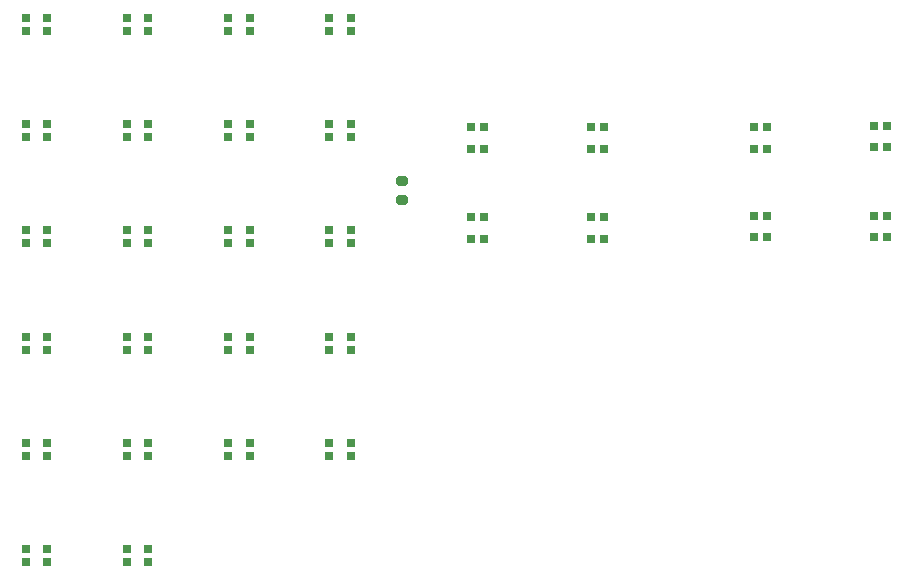
<source format=gbr>
%TF.GenerationSoftware,KiCad,Pcbnew,(6.0.9)*%
%TF.CreationDate,2023-01-27T19:59:26-09:00*%
%TF.ProjectId,EYEBROW WARNING INDICATOR_RIGHT,45594542-524f-4572-9057-41524e494e47,rev?*%
%TF.SameCoordinates,Original*%
%TF.FileFunction,Paste,Top*%
%TF.FilePolarity,Positive*%
%FSLAX46Y46*%
G04 Gerber Fmt 4.6, Leading zero omitted, Abs format (unit mm)*
G04 Created by KiCad (PCBNEW (6.0.9)) date 2023-01-27 19:59:26*
%MOMM*%
%LPD*%
G01*
G04 APERTURE LIST*
G04 Aperture macros list*
%AMRoundRect*
0 Rectangle with rounded corners*
0 $1 Rounding radius*
0 $2 $3 $4 $5 $6 $7 $8 $9 X,Y pos of 4 corners*
0 Add a 4 corners polygon primitive as box body*
4,1,4,$2,$3,$4,$5,$6,$7,$8,$9,$2,$3,0*
0 Add four circle primitives for the rounded corners*
1,1,$1+$1,$2,$3*
1,1,$1+$1,$4,$5*
1,1,$1+$1,$6,$7*
1,1,$1+$1,$8,$9*
0 Add four rect primitives between the rounded corners*
20,1,$1+$1,$2,$3,$4,$5,0*
20,1,$1+$1,$4,$5,$6,$7,0*
20,1,$1+$1,$6,$7,$8,$9,0*
20,1,$1+$1,$8,$9,$2,$3,0*%
G04 Aperture macros list end*
%ADD10R,0.700000X0.700000*%
%ADD11RoundRect,0.200000X-0.275000X0.200000X-0.275000X-0.200000X0.275000X-0.200000X0.275000X0.200000X0*%
G04 APERTURE END LIST*
D10*
%TO.C,D2*%
X175059049Y-82287139D03*
X176159049Y-82287139D03*
X176159049Y-80457139D03*
X175059049Y-80457139D03*
%TD*%
%TO.C,D3*%
X175059049Y-89907139D03*
X176159049Y-89907139D03*
X176159049Y-88077139D03*
X175059049Y-88077139D03*
%TD*%
%TO.C,D4*%
X165999049Y-88077139D03*
X164899049Y-88077139D03*
X164899049Y-89907139D03*
X165999049Y-89907139D03*
%TD*%
%TO.C,D5*%
X165999050Y-80587195D03*
X164899050Y-80587195D03*
X164899050Y-82417195D03*
X165999050Y-82417195D03*
%TD*%
%TO.C,D6*%
X151089050Y-82407195D03*
X152189050Y-82407195D03*
X152189050Y-80577195D03*
X151089050Y-80577195D03*
%TD*%
%TO.C,D7*%
X151089050Y-90027195D03*
X152189050Y-90027195D03*
X152189050Y-88197195D03*
X151089050Y-88197195D03*
%TD*%
%TO.C,D8*%
X142029050Y-88197195D03*
X140929050Y-88197195D03*
X140929050Y-90027195D03*
X142029050Y-90027195D03*
%TD*%
%TO.C,D9*%
X142029050Y-80577195D03*
X140929050Y-80577195D03*
X140929050Y-82407195D03*
X142029050Y-82407195D03*
%TD*%
%TO.C,D10*%
X128942499Y-71334797D03*
X128942499Y-72434797D03*
X130772499Y-72434797D03*
X130772499Y-71334797D03*
%TD*%
%TO.C,D11*%
X120408099Y-71334797D03*
X120408099Y-72434797D03*
X122238099Y-72434797D03*
X122238099Y-71334797D03*
%TD*%
%TO.C,D12*%
X111797499Y-71334798D03*
X111797499Y-72434798D03*
X113627499Y-72434798D03*
X113627499Y-71334798D03*
%TD*%
%TO.C,D13*%
X103263099Y-71334798D03*
X103263099Y-72434798D03*
X105093099Y-72434798D03*
X105093099Y-71334798D03*
%TD*%
%TO.C,D14*%
X105093099Y-81426398D03*
X105093099Y-80326398D03*
X103263099Y-80326398D03*
X103263099Y-81426398D03*
%TD*%
%TO.C,D15*%
X113627499Y-81426398D03*
X113627499Y-80326398D03*
X111797499Y-80326398D03*
X111797499Y-81426398D03*
%TD*%
%TO.C,D16*%
X122238099Y-81426398D03*
X122238099Y-80326398D03*
X120408099Y-80326398D03*
X120408099Y-81426398D03*
%TD*%
%TO.C,D17*%
X130772499Y-81426398D03*
X130772499Y-80326398D03*
X128942499Y-80326398D03*
X128942499Y-81426398D03*
%TD*%
%TO.C,D18*%
X128942499Y-89317997D03*
X128942499Y-90417997D03*
X130772499Y-90417997D03*
X130772499Y-89317997D03*
%TD*%
%TO.C,D19*%
X120408099Y-89317997D03*
X120408099Y-90417997D03*
X122238099Y-90417997D03*
X122238099Y-89317997D03*
%TD*%
%TO.C,D20*%
X111797499Y-89317997D03*
X111797499Y-90417997D03*
X113627499Y-90417997D03*
X113627499Y-89317997D03*
%TD*%
%TO.C,D21*%
X103263099Y-89317997D03*
X103263099Y-90417997D03*
X105093099Y-90417997D03*
X105093099Y-89317997D03*
%TD*%
%TO.C,D22*%
X105093099Y-99409597D03*
X105093099Y-98309597D03*
X103263099Y-98309597D03*
X103263099Y-99409597D03*
%TD*%
%TO.C,D23*%
X113627499Y-99409597D03*
X113627499Y-98309597D03*
X111797499Y-98309597D03*
X111797499Y-99409597D03*
%TD*%
%TO.C,D24*%
X122238099Y-99409597D03*
X122238099Y-98309597D03*
X120408099Y-98309597D03*
X120408099Y-99409597D03*
%TD*%
%TO.C,D25*%
X130772499Y-99409597D03*
X130772499Y-98309597D03*
X128942499Y-98309597D03*
X128942499Y-99409597D03*
%TD*%
%TO.C,D26*%
X128942499Y-107301197D03*
X128942499Y-108401197D03*
X130772499Y-108401197D03*
X130772499Y-107301197D03*
%TD*%
%TO.C,D27*%
X120408099Y-107301197D03*
X120408099Y-108401197D03*
X122238099Y-108401197D03*
X122238099Y-107301197D03*
%TD*%
%TO.C,D28*%
X111797499Y-107301197D03*
X111797499Y-108401197D03*
X113627499Y-108401197D03*
X113627499Y-107301197D03*
%TD*%
%TO.C,D29*%
X103263099Y-107301197D03*
X103263099Y-108401197D03*
X105093099Y-108401197D03*
X105093099Y-107301197D03*
%TD*%
%TO.C,D30*%
X105093099Y-117392797D03*
X105093099Y-116292797D03*
X103263099Y-116292797D03*
X103263099Y-117392797D03*
%TD*%
%TO.C,D31*%
X113627499Y-117392797D03*
X113627499Y-116292797D03*
X111797499Y-116292797D03*
X111797499Y-117392797D03*
%TD*%
D11*
%TO.C,R1*%
X135129050Y-86762195D03*
X135129050Y-85112195D03*
%TD*%
M02*

</source>
